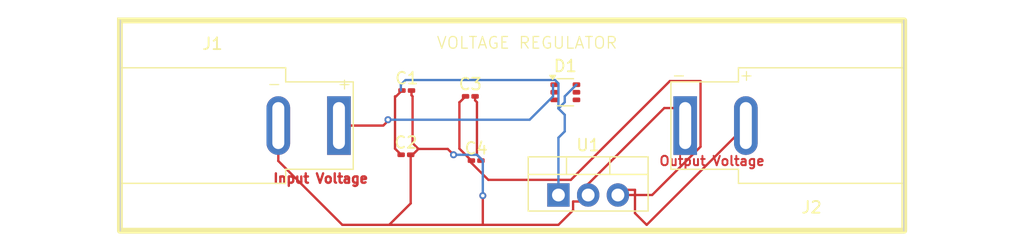
<source format=kicad_pcb>
(kicad_pcb (version 20240108) (generator "pcbnew") (generator_version "8.0")
  (layers (0 "F.Cu" signal) (31 "B.Cu" signal) (34 "B.Paste" user) (35 "F.Paste" user) (36 "B.SilkS" user "B.Silkscreen") (37 "F.SilkS" user "F.Silkscreen") (38 "B.Mask" user) (39 "F.Mask" user) (44 "Edge.Cuts" user))
  (net 0 "")
  (net 1 "GND")
  (net 2 "Net-(D1A-A)")
  (net 3 "+5V")
  (net 4 "VCC")
  (footprint "Package_TO_SOT_THT:TO-220-3_Vertical" (layer "F.Cu") (at 123.46 86.945)
    (property "Reference" "U1" (at 2.54 -4.27 0) (layer "F.SilkS"))
    (property "Value" "L7805")
    (fp_line (start -2.58 -3.27) (end -2.58 1.371) (stroke (width 0.12)) (layer "F.SilkS"))
    (fp_line (start -2.58 -3.27) (end 7.66 -3.27) (stroke (width 0.12)) (layer "F.SilkS"))
    (fp_line (start -2.58 -1.76) (end 7.66 -1.76) (stroke (width 0.12)) (layer "F.SilkS"))
    (fp_line (start -2.58 1.371) (end 7.66 1.371) (stroke (width 0.12)) (layer "F.SilkS"))
    (fp_line (start 0.69 -3.27) (end 0.69 -1.76) (stroke (width 0.12)) (layer "F.SilkS"))
    (fp_line (start 4.391 -3.27) (end 4.391 -1.76) (stroke (width 0.12)) (layer "F.SilkS"))
    (fp_line (start 7.66 -3.27) (end 7.66 1.371) (stroke (width 0.12)) (layer "F.SilkS"))
    (pad "1" thru_hole rect (at 0 0) (size 1.905 2) (drill 1.1) (layers "*.Cu" "*.Mask") (net 2 "Net-(D1A-A)"))
    (pad "2" thru_hole oval (at 2.54 0) (size 1.905 2) (drill 1.1) (layers "*.Cu" "*.Mask") (net 1 "GND"))
    (pad "3" thru_hole oval (at 5.08 0) (size 1.905 2) (drill 1.1) (layers "*.Cu" "*.Mask") (net 3 "+5V"))
  )
  (footprint "Connector_BarrelJack:BarrelJack_SwitchcraftConxall_RAPC10U_Horizontal" (layer "F.Cu") (at 134.29 81 180)
    (property "Reference" "J2" (at -10.8 -7 0) (layer "F.SilkS"))
    (property "Value" "Jack-DC")
    (fp_line (start 1.22 3.74) (end 1.22 -3.74) (stroke (width 0.12)) (layer "F.SilkS"))
    (fp_line (start 1.22 -3.74) (end -4.55 -3.74) (stroke (width 0.12)) (layer "F.SilkS"))
    (fp_line (start -4.55 4.945) (end -4.55 3.74) (stroke (width 0.12)) (layer "F.SilkS"))
    (fp_line (start -4.55 3.74) (end 1.22 3.74) (stroke (width 0.12)) (layer "F.SilkS"))
    (fp_line (start -4.55 -3.74) (end -4.55 -4.945) (stroke (width 0.12)) (layer "F.SilkS"))
    (fp_line (start -4.55 -4.945) (end -18.55 -4.945) (stroke (width 0.12)) (layer "F.SilkS"))
    (fp_line (start -18.55 4.945) (end -4.55 4.945) (stroke (width 0.12)) (layer "F.SilkS"))
    (fp_line (start -18.67 -9) (end -18.67 9) (stroke (width 0.12)) (layer "Edge.Cuts"))
    (pad "1" thru_hole rect (at 0 0 180) (size 2.02 5.02) (drill oval 1.02 4.02) (layers "*.Cu" "*.Mask") (net 1 "GND"))
    (pad "2" thru_hole oval (at -5.18 0 180) (size 2.02 5.02) (drill oval 1.02 4.02) (layers "*.Cu" "*.Mask") (net 3 "+5V"))
  )
  (footprint "Capacitor_SMD:C_0201_0603Metric_Pad0.64x0.40mm_HandSolder" (layer "F.Cu") (at 116.4325 84)
    (property "Reference" "C4" (at 0 -1.05 0) (layer "F.SilkS"))
    (property "Value" "0.1uF")
    (pad "1" smd roundrect (at -0.4075 0) (size 0.635 0.4) (layers "F.Cu" "F.Mask") (net 3 "+5V"))
    (pad "2" smd roundrect (at 0.4075 0) (size 0.635 0.4) (layers "F.Cu" "F.Mask") (net 1 "GND"))
  )
  (footprint "Package_TO_SOT_SMD:SOT-363_SC-70-6" (layer "F.Cu") (at 124.05 78.15)
    (property "Reference" "D1" (at 0 -2.25 0) (layer "F.SilkS"))
    (property "Value" "SD103ATW")
    (fp_line (start -0.71 -1.16) (end 0.7 -1.16) (stroke (width 0.12)) (layer "F.SilkS"))
    (fp_line (start -0.7 1.16) (end 0.7 1.16) (stroke (width 0.12)) (layer "F.SilkS"))
    (fp_poly (pts (xy -1.08 -1.11) (xy -1.32 -1.44) (xy -0.84 -1.44) (xy -1.08 -1.11)) (stroke (width 0.12)) (fill solid) (layer "F.SilkS"))
    (pad "1" smd roundrect (at -0.95 -0.65) (size 0.65 0.4) (layers "F.Cu" "F.Paste" "F.Mask") (net 4 "VCC"))
    (pad "2" smd roundrect (at -0.95 0) (size 0.65 0.4) (layers "F.Cu" "F.Paste" "F.Mask"))
    (pad "3" smd roundrect (at -0.95 0.65) (size 0.65 0.4) (layers "F.Cu" "F.Paste" "F.Mask"))
    (pad "4" smd roundrect (at 0.95 0.65) (size 0.65 0.4) (layers "F.Cu" "F.Paste" "F.Mask"))
    (pad "5" smd roundrect (at 0.95 0) (size 0.65 0.4) (layers "F.Cu" "F.Paste" "F.Mask"))
    (pad "6" smd roundrect (at 0.95 -0.65) (size 0.65 0.4) (layers "F.Cu" "F.Paste" "F.Mask") (net 2 "Net-(D1A-A)"))
  )
  (footprint "Capacitor_SMD:C_0201_0603Metric_Pad0.64x0.40mm_HandSolder" (layer "F.Cu") (at 110.5 78)
    (property "Reference" "C1" (at 0 -1.05 0) (layer "F.SilkS"))
    (property "Value" "0.22uF")
    (pad "1" smd roundrect (at -0.4075 0) (size 0.635 0.4) (layers "F.Cu" "F.Mask") (net 2 "Net-(D1A-A)"))
    (pad "2" smd roundrect (at 0.4075 0) (size 0.635 0.4) (layers "F.Cu" "F.Mask") (net 1 "GND"))
  )
  (footprint "Capacitor_SMD:C_0201_0603Metric_Pad0.64x0.40mm_HandSolder" (layer "F.Cu") (at 115.9325 78.5)
    (property "Reference" "C3" (at 0 -1.05 0) (layer "F.SilkS"))
    (property "Value" "10uF")
    (pad "1" smd roundrect (at -0.4075 0) (size 0.635 0.4) (layers "F.Cu" "F.Mask") (net 3 "+5V"))
    (pad "2" smd roundrect (at 0.4075 0) (size 0.635 0.4) (layers "F.Cu" "F.Mask") (net 1 "GND"))
  )
  (footprint "Connector_BarrelJack:BarrelJack_SwitchcraftConxall_RAPC10U_Horizontal" (layer "F.Cu") (at 104.71 81)
    (property "Reference" "J1" (at -10.8 -7 0) (layer "F.SilkS"))
    (property "Value" "Jack-DC")
    (fp_line (start -18.55 4.945) (end -4.55 4.945) (stroke (width 0.12)) (layer "F.SilkS"))
    (fp_line (start -4.55 -4.945) (end -18.55 -4.945) (stroke (width 0.12)) (layer "F.SilkS"))
    (fp_line (start -4.55 -3.74) (end -4.55 -4.945) (stroke (width 0.12)) (layer "F.SilkS"))
    (fp_line (start -4.55 3.74) (end 1.22 3.74) (stroke (width 0.12)) (layer "F.SilkS"))
    (fp_line (start -4.55 4.945) (end -4.55 3.74) (stroke (width 0.12)) (layer "F.SilkS"))
    (fp_line (start 1.22 -3.74) (end -4.55 -3.74) (stroke (width 0.12)) (layer "F.SilkS"))
    (fp_line (start 1.22 3.74) (end 1.22 -3.74) (stroke (width 0.12)) (layer "F.SilkS"))
    (fp_line (start -18.67 -9) (end -18.67 9) (stroke (width 0.12)) (layer "Edge.Cuts"))
    (pad "1" thru_hole rect (at 0 0) (size 2.02 5.02) (drill oval 1.02 4.02) (layers "*.Cu" "*.Mask") (net 4 "VCC"))
    (pad "2" thru_hole oval (at -5.18 0) (size 2.02 5.02) (drill oval 1.02 4.02) (layers "*.Cu" "*.Mask") (net 1 "GND"))
  )
  (footprint "Capacitor_SMD:C_0201_0603Metric_Pad0.64x0.40mm_HandSolder" (layer "F.Cu") (at 110.4325 83.5)
    (property "Reference" "C2" (at 0 -1.05 0) (layer "F.SilkS"))
    (property "Value" "0.1uF")
    (pad "1" smd roundrect (at -0.4075 0) (size 0.635 0.4) (layers "F.Cu" "F.Mask") (net 2 "Net-(D1A-A)"))
    (pad "2" smd roundrect (at 0.4075 0) (size 0.635 0.4) (layers "F.Cu" "F.Mask") (net 1 "GND"))
  )
  (gr_rect (start 86 72) (end 153 90) (stroke (width 0.5)) (fill none) (layer "F.SilkS"))
  (gr_text "Output Voltage\n" (at 132 84.5 0) (layer "F.Cu") (effects (font (size 0.8 0.8) (thickness 0.16) (bold yes)) (justify left bottom)))
  (gr_text "Input Voltage" (at 99 86 0) (layer "F.Cu") (effects (font (size 0.8 0.8) (thickness 0.2) (bold yes)) (justify left bottom)))
  (gr_text "+" (at 138.84 77.26 0) (layer "F.SilkS") (effects (font (size 1 1) (thickness 0.1)) (justify left bottom)))
  (gr_text "-" (at 98.5 78 0) (layer "F.SilkS") (effects (font (size 1 1) (thickness 0.1)) (justify left bottom)))
  (gr_text "VOLTAGE REGULATOR\n" (at 113 74.5 0) (layer "F.SilkS") (effects (font (size 1 1) (thickness 0.1)) (justify left bottom)))
  (gr_text "+" (at 104.5 78 0) (layer "F.SilkS") (effects (font (size 1 1) (thickness 0.1)) (justify left bottom)))
  (gr_text "-" (at 133.07 77.26 0) (layer "F.SilkS") (effects (font (size 1 1) (thickness 0.1)) (justify left bottom)))
  (segment (start 126 86) (end 126 86.945) (width 0.2) (layer "F.Cu") (net 1))
  (segment (start 111.5 83) (end 111 83.5) (width 0.2) (layer "F.Cu") (net 1))
  (segment (start 134.29 79.79) (end 134 79.5) (width 0.2) (layer "F.Cu") (net 1))
  (segment (start 116.34 78.5) (end 116.34 78.84) (width 0.2) (layer "F.Cu") (net 1))
  (segment (start 110.84 87.66) (end 109 89.5) (width 0.2) (layer "F.Cu") (net 1))
  (segment (start 110.9075 78.4075) (end 111 78.5) (width 0.2) (layer "F.Cu") (net 1))
  (segment (start 111 82.5) (end 111.5 83) (width 0.2) (layer "F.Cu") (net 1))
  (segment (start 109 89.5) (end 117 89.5) (width 0.2) (layer "F.Cu") (net 1))
  (segment (start 116.34 78.84) (end 116.5 79) (width 0.2) (layer "F.Cu") (net 1))
  (segment (start 116.5 83.5) (end 116.84 83.84) (width 0.2) (layer "F.Cu") (net 1))
  (segment (start 110.9075 78) (end 110.9075 78.4075) (width 0.2) (layer "F.Cu") (net 1))
  (segment (start 99.53 81) (end 99.53 84.03) (width 0.2) (layer "F.Cu") (net 1))
  (segment (start 124.7125 87.5) (end 125.445 87.5) (width 0.2) (layer "F.Cu") (net 1))
  (segment (start 111 83.5) (end 110.84 83.5) (width 0.2) (layer "F.Cu") (net 1))
  (segment (start 111.5 83) (end 114 83) (width 0.2) (layer "F.Cu") (net 1))
  (segment (start 111 78.5) (end 111 82.5) (width 0.2) (layer "F.Cu") (net 1))
  (segment (start 105 89.5) (end 109 89.5) (width 0.2) (layer "F.Cu") (net 1))
  (segment (start 117 89.5) (end 123.4575 89.5) (width 0.2) (layer "F.Cu") (net 1))
  (segment (start 99.53 84.03) (end 105 89.5) (width 0.2) (layer "F.Cu") (net 1))
  (segment (start 110.84 83.5) (end 110.84 87.66) (width 0.2) (layer "F.Cu") (net 1))
  (segment (start 123.4575 89.5) (end 124.7125 88.245) (width 0.2) (layer "F.Cu") (net 1))
  (segment (start 114 83) (end 114.5 83.5) (width 0.2) (layer "F.Cu") (net 1))
  (segment (start 132.5 79.5) (end 126 86) (width 0.2) (layer "F.Cu") (net 1))
  (segment (start 116.5 79) (end 116.5 83.5) (width 0.2) (layer "F.Cu") (net 1))
  (segment (start 116.84 83.84) (end 116.84 84) (width 0.2) (layer "F.Cu") (net 1))
  (segment (start 134.29 80) (end 134.29 79.79) (width 0.2) (layer "F.Cu") (net 1))
  (segment (start 134 79.5) (end 132.5 79.5) (width 0.2) (layer "F.Cu") (net 1))
  (segment (start 125.445 87.5) (end 126 86.945) (width 0.2) (layer "F.Cu") (net 1))
  (segment (start 124.7125 88.245) (end 124.7125 87.5) (width 0.2) (layer "F.Cu") (net 1))
  (segment (start 117 87) (end 117 89.5) (width 0.2) (layer "F.Cu") (net 1))
  (via (at 114.5 83.5) (size 0.6) (drill 0.3) (layers "F.Cu" "B.Cu") (net 1))
  (via (at 117 87) (size 0.6) (drill 0.3) (layers "F.Cu" "B.Cu") (net 1))
  (segment (start 114.5 83.5) (end 116.5 83.5) (width 0.2) (layer "B.Cu") (net 1))
  (segment (start 117 84) (end 117 87) (width 0.2) (layer "B.Cu") (net 1))
  (segment (start 116.5 83.5) (end 117 84) (width 0.2) (layer "B.Cu") (net 1))
  (segment (start 109.5925 78.5) (end 109.5 78.5) (width 0.2) (layer "F.Cu") (net 2))
  (segment (start 109.5 78.5) (end 109.5 82.975) (width 0.2) (layer "F.Cu") (net 2))
  (segment (start 110.0925 78) (end 109.5925 78.5) (width 0.2) (layer "F.Cu") (net 2))
  (segment (start 109.5 82.975) (end 110.025 83.5) (width 0.2) (layer "F.Cu") (net 2))
  (segment (start 110 78) (end 110 77.5) (width 0.2) (layer "B.Cu") (net 2))
  (segment (start 123.165685 77.1) (end 123.46 77.394315) (width 0.2) (layer "B.Cu") (net 2))
  (segment (start 123.46 79.54) (end 124 79) (width 0.2) (layer "B.Cu") (net 2))
  (segment (start 110 77.5) (end 110.4 77.1) (width 0.2) (layer "B.Cu") (net 2))
  (segment (start 124 81.5) (end 124 80.08) (width 0.2) (layer "B.Cu") (net 2))
  (segment (start 123.46 82.04) (end 124 81.5) (width 0.2) (layer "B.Cu") (net 2))
  (segment (start 124 80.08) (end 123.46 79.54) (width 0.2) (layer "B.Cu") (net 2))
  (segment (start 123.46 86.945) (end 123.46 82.04) (width 0.2) (layer "B.Cu") (net 2))
  (segment (start 124 78.5) (end 125 77.5) (width 0.2) (layer "B.Cu") (net 2))
  (segment (start 110.4 77.1) (end 123.165685 77.1) (width 0.2) (layer "B.Cu") (net 2))
  (segment (start 124 79) (end 124 78.5) (width 0.2) (layer "B.Cu") (net 2))
  (segment (start 123.46 77.394315) (end 123.46 79.54) (width 0.2) (layer "B.Cu") (net 2))
  (segment (start 117.470001 85.645) (end 124.525 85.645) (width 0.2) (layer "F.Cu") (net 3))
  (segment (start 132.98 77.19) (end 135.6 77.19) (width 0.2) (layer "F.Cu") (net 3))
  (segment (start 115.525 78.5) (end 115.025 79) (width 0.2) (layer "F.Cu") (net 3))
  (segment (start 124.525 85.645) (end 132.98 77.19) (width 0.2) (layer "F.Cu") (net 3))
  (segment (start 131 89.5) (end 130 88.5) (width 0.2) (layer "F.Cu") (net 3))
  (segment (start 131.465 86.945) (end 128.54 86.945) (width 0.2) (layer "F.Cu") (net 3))
  (segment (start 135.6 77.19) (end 135.6 82.81) (width 0.2) (layer "F.Cu") (net 3))
  (segment (start 116.025 84.199999) (end 117.470001 85.645) (width 0.2) (layer "F.Cu") (net 3))
  (segment (start 115.025 79) (end 115 79) (width 0.2) (layer "F.Cu") (net 3))
  (segment (start 115 82.975) (end 116.025 84) (width 0.2) (layer "F.Cu") (net 3))
  (segment (start 115.5 78.5) (end 115.525 78.5) (width 0.2) (layer "F.Cu") (net 3))
  (segment (start 115 79) (end 115 82.975) (width 0.2) (layer "F.Cu") (net 3))
  (segment (start 139.47 81.03) (end 131 89.5) (width 0.2) (layer "F.Cu") (net 3))
  (segment (start 139.47 80) (end 139.47 81.03) (width 0.2) (layer "F.Cu") (net 3))
  (segment (start 135.6 82.81) (end 131.465 86.945) (width 0.2) (layer "F.Cu") (net 3))
  (segment (start 128.985 86.5) (end 128.54 86.945) (width 0.2) (layer "F.Cu") (net 3))
  (segment (start 116.025 84) (end 116.025 84.199999) (width 0.2) (layer "F.Cu") (net 3))
  (segment (start 116.025 84) (end 116.025 83.975) (width 0.2) (layer "F.Cu") (net 3))
  (segment (start 130 86.5) (end 128.985 86.5) (width 0.2) (layer "F.Cu") (net 3))
  (segment (start 130 88.5) (end 130 86.5) (width 0.2) (layer "F.Cu") (net 3))
  (segment (start 104.71 81) (end 104.71 79.71) (width 0.2) (layer "F.Cu") (net 4))
  (segment (start 104.71 81) (end 108.5 81) (width 0.2) (layer "F.Cu") (net 4))
  (segment (start 108.9 80.5) (end 109 80.5) (width 0.2) (layer "F.Cu") (net 4))
  (segment (start 104.71 79.71) (end 104 79) (width 0.2) (layer "F.Cu") (net 4))
  (segment (start 108.5 81) (end 109 80.5) (width 0.2) (layer "F.Cu") (net 4))
  (via (at 108.9 80.5) (size 0.6) (drill 0.3) (layers "F.Cu" "B.Cu") (net 4))
  (segment (start 121 80.5) (end 123 78.5) (width 0.2) (layer "B.Cu") (net 4))
  (segment (start 108.9 80.5) (end 121 80.5) (width 0.2) (layer "B.Cu") (net 4))
  (segment (start 123 78.5) (end 123 77.5) (width 0.2) (layer "B.Cu") (net 4))
)
</source>
